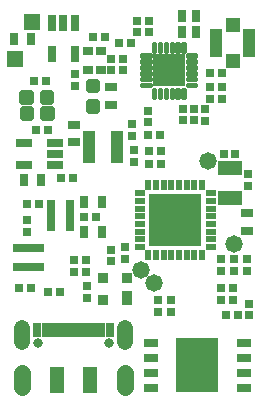
<source format=gbr>
G04 EAGLE Gerber RS-274X export*
G75*
%MOMM*%
%FSLAX34Y34*%
%LPD*%
%INSoldermask Top*%
%IPPOS*%
%AMOC8*
5,1,8,0,0,1.08239X$1,22.5*%
G01*
%ADD10R,0.803200X0.703200*%
%ADD11R,0.803200X1.103200*%
%ADD12R,1.103200X0.803200*%
%ADD13R,0.703200X0.803200*%
%ADD14R,2.003200X1.203200*%
%ADD15R,0.920000X0.470000*%
%ADD16R,0.470000X0.920000*%
%ADD17R,4.520000X4.520000*%
%ADD18R,0.914400X1.219200*%
%ADD19R,0.889000X0.812800*%
%ADD20C,0.269722*%
%ADD21R,2.703200X2.703200*%
%ADD22R,1.053200X2.403200*%
%ADD23R,1.203200X1.253200*%
%ADD24R,0.803200X1.003200*%
%ADD25C,0.505344*%
%ADD26C,1.473200*%
%ADD27R,0.723200X1.203200*%
%ADD28R,0.473200X1.203200*%
%ADD29R,1.203200X2.203200*%
%ADD30C,1.361200*%
%ADD31C,1.403200*%
%ADD32C,0.803200*%
%ADD33C,0.833200*%
%ADD34R,0.953200X0.803200*%
%ADD35R,1.403200X0.753200*%
%ADD36R,1.003200X0.653200*%
%ADD37R,0.653200X0.803200*%
%ADD38R,0.803200X0.653200*%
%ADD39R,0.753200X1.403200*%
%ADD40R,1.473200X1.473200*%
%ADD41R,1.153200X0.653200*%
%ADD42R,3.653200X4.553200*%


D10*
X213140Y81150D03*
X213140Y91150D03*
D11*
X88842Y177359D03*
X73842Y177359D03*
D10*
X147200Y94195D03*
X147200Y84195D03*
X189960Y128520D03*
X189960Y118520D03*
X200520Y128520D03*
X200520Y118520D03*
D12*
X211420Y152620D03*
X211420Y167620D03*
D10*
X136340Y94195D03*
X136340Y84195D03*
X211680Y128620D03*
X211680Y118620D03*
D13*
X83759Y164582D03*
X73759Y164582D03*
D11*
X88867Y151621D03*
X73867Y151621D03*
D10*
X212780Y190680D03*
X212780Y200680D03*
D13*
X191780Y217520D03*
X201780Y217520D03*
D14*
X197280Y205520D03*
X197280Y180520D03*
D15*
X180840Y139110D03*
X180840Y145610D03*
X180840Y152110D03*
X180840Y158610D03*
X180840Y165110D03*
X180840Y171610D03*
X180840Y178110D03*
X180840Y184610D03*
D16*
X173590Y191860D03*
X167090Y191860D03*
X160590Y191860D03*
X154090Y191860D03*
X147590Y191860D03*
X141090Y191860D03*
X134590Y191860D03*
X128090Y191860D03*
D15*
X120840Y184610D03*
X120840Y178110D03*
X120840Y171610D03*
X120840Y165110D03*
X120840Y158610D03*
X120840Y152110D03*
X120840Y145610D03*
X120840Y139110D03*
D16*
X128090Y131860D03*
X134590Y131860D03*
X141090Y131860D03*
X147590Y131860D03*
X154090Y131860D03*
X160590Y131860D03*
X167090Y131860D03*
X173590Y131860D03*
D17*
X150840Y161860D03*
D18*
X110330Y95880D03*
D19*
X110330Y112898D03*
X90010Y112898D03*
X90010Y94102D03*
D13*
X103590Y311640D03*
X113590Y311640D03*
D20*
X160787Y277048D02*
X168723Y277048D01*
X168723Y275012D01*
X160787Y275012D01*
X160787Y277048D01*
X160787Y282048D02*
X168723Y282048D01*
X168723Y280012D01*
X160787Y280012D01*
X160787Y282048D01*
X160787Y287048D02*
X168723Y287048D01*
X168723Y285012D01*
X160787Y285012D01*
X160787Y287048D01*
X160787Y292048D02*
X168723Y292048D01*
X168723Y290012D01*
X160787Y290012D01*
X160787Y292048D01*
X160787Y297048D02*
X168723Y297048D01*
X168723Y295012D01*
X160787Y295012D01*
X160787Y297048D01*
X160787Y302048D02*
X168723Y302048D01*
X168723Y300012D01*
X160787Y300012D01*
X160787Y302048D01*
X156887Y303912D02*
X156887Y311848D01*
X158923Y311848D01*
X158923Y303912D01*
X156887Y303912D01*
X156887Y306474D02*
X158923Y306474D01*
X158923Y309036D02*
X156887Y309036D01*
X156887Y311598D02*
X158923Y311598D01*
X151887Y311848D02*
X151887Y303912D01*
X151887Y311848D02*
X153923Y311848D01*
X153923Y303912D01*
X151887Y303912D01*
X151887Y306474D02*
X153923Y306474D01*
X153923Y309036D02*
X151887Y309036D01*
X151887Y311598D02*
X153923Y311598D01*
X146887Y311848D02*
X146887Y303912D01*
X146887Y311848D02*
X148923Y311848D01*
X148923Y303912D01*
X146887Y303912D01*
X146887Y306474D02*
X148923Y306474D01*
X148923Y309036D02*
X146887Y309036D01*
X146887Y311598D02*
X148923Y311598D01*
X141887Y311848D02*
X141887Y303912D01*
X141887Y311848D02*
X143923Y311848D01*
X143923Y303912D01*
X141887Y303912D01*
X141887Y306474D02*
X143923Y306474D01*
X143923Y309036D02*
X141887Y309036D01*
X141887Y311598D02*
X143923Y311598D01*
X136887Y311848D02*
X136887Y303912D01*
X136887Y311848D02*
X138923Y311848D01*
X138923Y303912D01*
X136887Y303912D01*
X136887Y306474D02*
X138923Y306474D01*
X138923Y309036D02*
X136887Y309036D01*
X136887Y311598D02*
X138923Y311598D01*
X131887Y311848D02*
X131887Y303912D01*
X131887Y311848D02*
X133923Y311848D01*
X133923Y303912D01*
X131887Y303912D01*
X131887Y306474D02*
X133923Y306474D01*
X133923Y309036D02*
X131887Y309036D01*
X131887Y311598D02*
X133923Y311598D01*
X130023Y302048D02*
X122087Y302048D01*
X130023Y302048D02*
X130023Y300012D01*
X122087Y300012D01*
X122087Y302048D01*
X122087Y297048D02*
X130023Y297048D01*
X130023Y295012D01*
X122087Y295012D01*
X122087Y297048D01*
X122087Y292048D02*
X130023Y292048D01*
X130023Y290012D01*
X122087Y290012D01*
X122087Y292048D01*
X122087Y287048D02*
X130023Y287048D01*
X130023Y285012D01*
X122087Y285012D01*
X122087Y287048D01*
X122087Y282048D02*
X130023Y282048D01*
X130023Y280012D01*
X122087Y280012D01*
X122087Y282048D01*
X122087Y277048D02*
X130023Y277048D01*
X130023Y275012D01*
X122087Y275012D01*
X122087Y277048D01*
X131887Y273148D02*
X131887Y265212D01*
X131887Y273148D02*
X133923Y273148D01*
X133923Y265212D01*
X131887Y265212D01*
X131887Y267774D02*
X133923Y267774D01*
X133923Y270336D02*
X131887Y270336D01*
X131887Y272898D02*
X133923Y272898D01*
X136887Y273148D02*
X136887Y265212D01*
X136887Y273148D02*
X138923Y273148D01*
X138923Y265212D01*
X136887Y265212D01*
X136887Y267774D02*
X138923Y267774D01*
X138923Y270336D02*
X136887Y270336D01*
X136887Y272898D02*
X138923Y272898D01*
X141887Y273148D02*
X141887Y265212D01*
X141887Y273148D02*
X143923Y273148D01*
X143923Y265212D01*
X141887Y265212D01*
X141887Y267774D02*
X143923Y267774D01*
X143923Y270336D02*
X141887Y270336D01*
X141887Y272898D02*
X143923Y272898D01*
X146887Y273148D02*
X146887Y265212D01*
X146887Y273148D02*
X148923Y273148D01*
X148923Y265212D01*
X146887Y265212D01*
X146887Y267774D02*
X148923Y267774D01*
X148923Y270336D02*
X146887Y270336D01*
X146887Y272898D02*
X148923Y272898D01*
X151887Y273148D02*
X151887Y265212D01*
X151887Y273148D02*
X153923Y273148D01*
X153923Y265212D01*
X151887Y265212D01*
X151887Y267774D02*
X153923Y267774D01*
X153923Y270336D02*
X151887Y270336D01*
X151887Y272898D02*
X153923Y272898D01*
X156887Y273148D02*
X156887Y265212D01*
X156887Y273148D02*
X158923Y273148D01*
X158923Y265212D01*
X156887Y265212D01*
X156887Y267774D02*
X158923Y267774D01*
X158923Y270336D02*
X156887Y270336D01*
X156887Y272898D02*
X158923Y272898D01*
D21*
X145405Y288530D03*
D13*
X118820Y330740D03*
X128820Y330740D03*
X106590Y288530D03*
X96590Y288530D03*
X106600Y298190D03*
X96600Y298190D03*
X128820Y321215D03*
X118820Y321215D03*
X167060Y256160D03*
X157060Y256160D03*
X167100Y246620D03*
X157100Y246620D03*
D10*
X175780Y245900D03*
X175780Y255900D03*
D13*
X190410Y264400D03*
X180410Y264400D03*
X180410Y285990D03*
X190410Y285990D03*
D22*
X213130Y311390D03*
X185630Y311390D03*
D23*
X199380Y296140D03*
X199380Y326640D03*
D24*
X156550Y320900D03*
X168550Y320900D03*
X168550Y334900D03*
X156550Y334900D03*
D13*
X180410Y274560D03*
X190410Y274560D03*
X199480Y104250D03*
X189480Y104250D03*
X199560Y94240D03*
X189560Y94240D03*
X204060Y81070D03*
X194060Y81070D03*
D25*
X46071Y262210D02*
X46071Y269190D01*
X46071Y262210D02*
X39091Y262210D01*
X39091Y269190D01*
X46071Y269190D01*
X46071Y267010D02*
X39091Y267010D01*
X28531Y269190D02*
X28531Y262210D01*
X21551Y262210D01*
X21551Y269190D01*
X28531Y269190D01*
X28531Y267010D02*
X21551Y267010D01*
X46164Y255570D02*
X46164Y248590D01*
X39184Y248590D01*
X39184Y255570D01*
X46164Y255570D01*
X46164Y253390D02*
X39184Y253390D01*
X28624Y255570D02*
X28624Y248590D01*
X21644Y248590D01*
X21644Y255570D01*
X28624Y255570D01*
X28624Y253390D02*
X21644Y253390D01*
D26*
X133260Y108480D03*
X121500Y119480D03*
X178380Y211540D03*
D10*
X96533Y136791D03*
X96533Y126791D03*
X108645Y139181D03*
X108645Y129181D03*
D13*
X75368Y117895D03*
X65368Y117895D03*
X65121Y128150D03*
X75121Y128150D03*
X31608Y279855D03*
X41608Y279855D03*
X33202Y237828D03*
X43202Y237828D03*
D10*
X76536Y96021D03*
X76536Y106021D03*
D13*
X28360Y104590D03*
X18360Y104590D03*
X43106Y100592D03*
X53106Y100592D03*
D27*
X33760Y68450D03*
X41260Y68450D03*
D28*
X47260Y68450D03*
X52260Y68450D03*
X57260Y68450D03*
X62260Y68450D03*
X67260Y68450D03*
X72260Y68450D03*
X77260Y68450D03*
X82260Y68450D03*
D27*
X88260Y68450D03*
X95760Y68450D03*
D29*
X50760Y26450D03*
X78760Y26450D03*
D30*
X21560Y58910D02*
X21560Y70490D01*
X107960Y70490D02*
X107960Y58910D01*
D31*
X21560Y32450D02*
X21560Y20450D01*
X107960Y20450D02*
X107960Y32450D01*
D32*
X94760Y57450D03*
D33*
X94760Y57450D03*
X34760Y57450D03*
D34*
X76850Y305150D03*
X76850Y288650D03*
X88150Y288650D03*
X88150Y305150D03*
D35*
X49210Y208470D03*
X49210Y217970D03*
X49210Y227470D03*
X23210Y227470D03*
X23210Y208470D03*
D12*
X65090Y227690D03*
X65090Y242690D03*
D11*
X22537Y195597D03*
X37537Y195597D03*
D36*
X101800Y213950D03*
X101800Y220450D03*
X101800Y226950D03*
X101800Y233450D03*
X77800Y233450D03*
X77800Y226950D03*
X77800Y220450D03*
X77800Y213950D03*
D10*
X115600Y221200D03*
X115600Y211200D03*
D13*
X128590Y220720D03*
X138590Y220720D03*
X128690Y209280D03*
X138690Y209280D03*
D10*
X114400Y243300D03*
X114400Y233300D03*
D13*
X128090Y234250D03*
X138090Y234250D03*
D10*
X128190Y244560D03*
X128190Y254560D03*
D37*
X17172Y122412D03*
X23672Y122412D03*
X30172Y122412D03*
X36672Y122412D03*
X36672Y138412D03*
X30172Y138412D03*
X23672Y138412D03*
X17172Y138412D03*
D38*
X61526Y156200D03*
X61526Y162700D03*
X61526Y169200D03*
X61526Y175700D03*
X45526Y175700D03*
X45526Y169200D03*
X45526Y162700D03*
X45526Y156200D03*
D13*
X35299Y175708D03*
X25299Y175708D03*
D10*
X25245Y162149D03*
X25245Y152149D03*
D13*
X64030Y197630D03*
X54030Y197630D03*
D39*
X65600Y328400D03*
X56100Y328400D03*
X46600Y328400D03*
X46600Y302400D03*
X65600Y302400D03*
D40*
X15160Y298450D03*
X29660Y329200D03*
D11*
X29133Y314740D03*
X14133Y314740D03*
D12*
X96500Y259400D03*
X96500Y274400D03*
D25*
X84890Y254440D02*
X77910Y254440D01*
X77910Y261420D01*
X84890Y261420D01*
X84890Y254440D01*
X84890Y259240D02*
X77910Y259240D01*
X77910Y271980D02*
X84890Y271980D01*
X77910Y271980D02*
X77910Y278960D01*
X84890Y278960D01*
X84890Y271980D01*
X84890Y276780D02*
X77910Y276780D01*
D10*
X66000Y285500D03*
X66000Y275500D03*
D13*
X91200Y317200D03*
X81200Y317200D03*
D41*
X130720Y57910D03*
X130720Y45210D03*
X130720Y32510D03*
X130720Y19810D03*
X208720Y19810D03*
X208720Y32510D03*
X208720Y45210D03*
X208720Y57910D03*
D42*
X169720Y38860D03*
D26*
X200500Y142000D03*
M02*

</source>
